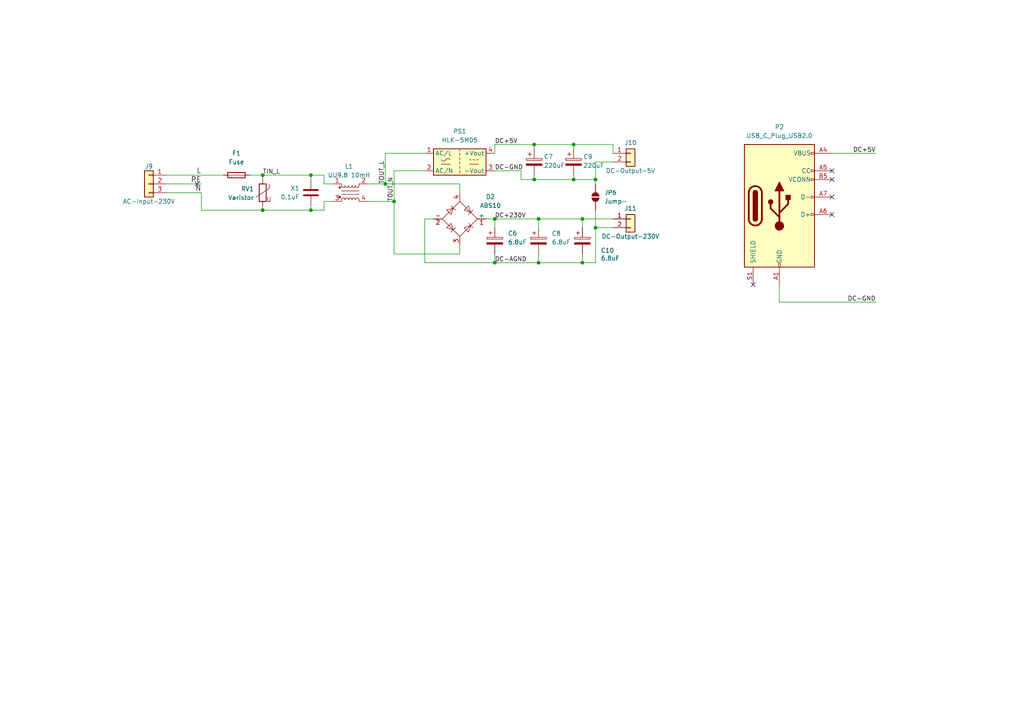
<source format=kicad_sch>
(kicad_sch (version 20250114) (generator "eeschema") (generator_version "9.0")
  (paper "A4")
  (lib_symbols
    (symbol "Connector:USB_C_Plug_USB2.0" (pin_names (offset 1.016))
      (property "Reference" "P" (at -10.16 19.05 0))
      (property "Value" "USB_C_Plug_USB2.0" (at 12.7 19.05 0))
      (symbol "USB_C_Plug_USB2.0_0_0"
        (rectangle (start -0.254 -17.78) (end 0.254 -16.764))
        (rectangle (start 10.16 15.494) (end 9.144 14.986))
        (rectangle (start 10.16 10.414) (end 9.144 9.906))
        (rectangle (start 10.16 7.874) (end 9.144 7.366))
        (rectangle (start 10.16 2.794) (end 9.144 2.286))
        (rectangle (start 10.16 -2.286) (end 9.144 -2.794))
      )
      (symbol "USB_C_Plug_USB2.0_0_1"
        (rectangle (start -10.16 17.78) (end 10.16 -17.78) (stroke (width 0.254)) (fill (type background)))
        (polyline (pts (xy -8.89 -3.81) (xy -8.89 3.81)) (stroke (width 0.508)))
        (rectangle (start -7.62 -3.81) (end -6.35 3.81) (stroke (width 0.254)) (fill (type outline)))
        (arc (start -7.62 3.81) (mid -6.985 4.4423) (end -6.35 3.81) (stroke (width 0.254)))
        (arc (start -7.62 3.81) (mid -6.985 4.4423) (end -6.35 3.81) (stroke (width 0.254)) (fill (type outline)))
        (arc (start -8.89 3.81) (mid -6.985 5.7067) (end -5.08 3.81) (stroke (width 0.508)))
        (arc (start -5.08 -3.81) (mid -6.985 -5.7067) (end -8.89 -3.81) (stroke (width 0.508)))
        (arc (start -6.35 -3.81) (mid -6.985 -4.4423) (end -7.62 -3.81) (stroke (width 0.254)))
        (arc (start -6.35 -3.81) (mid -6.985 -4.4423) (end -7.62 -3.81) (stroke (width 0.254)) (fill (type outline)))
        (polyline (pts (xy -5.08 3.81) (xy -5.08 -3.81)) (stroke (width 0.508)))
        (circle (center -2.54 1.143) (radius 0.635) (stroke (width 0.254)) (fill (type outline)))
        (polyline (pts (xy -1.27 4.318) (xy 0 6.858) (xy 1.27 4.318) (xy -1.27 4.318)) (stroke (width 0.254)) (fill (type outline)))
        (polyline (pts (xy 0 -2.032) (xy 2.54 0.508) (xy 2.54 1.778)) (stroke (width 0.508)))
        (polyline (pts (xy 0 -3.302) (xy -2.54 -0.762) (xy -2.54 0.508)) (stroke (width 0.508)))
        (polyline (pts (xy 0 -5.842) (xy 0 4.318)) (stroke (width 0.508)))
        (circle (center 0 -5.842) (radius 1.27) (fill (type outline)))
        (rectangle (start 1.905 1.778) (end 3.175 3.048) (stroke (width 0.254)) (fill (type outline)))
      )
      (symbol "USB_C_Plug_USB2.0_1_1"
        (pin passive line (at -7.62 -22.86 90) (length 5.08) (name "SHIELD") (number "S1"))
        (pin passive line (at 0 -22.86 90) (length 5.08) (name "GND") (number "A1"))
        (pin passive line (at 0 -22.86 90) (length 5.08) (hide yes) (name "GND") (number "A12"))
        (pin passive line (at 0 -22.86 90) (length 5.08) (hide yes) (name "GND") (number "B1"))
        (pin passive line (at 0 -22.86 90) (length 5.08) (hide yes) (name "GND") (number "B12"))
        (pin passive line (at 15.24 15.24 180) (length 5.08) (name "VBUS") (number "A4"))
        (pin passive line (at 15.24 15.24 180) (length 5.08) (hide yes) (name "VBUS") (number "A9"))
        (pin passive line (at 15.24 15.24 180) (length 5.08) (hide yes) (name "VBUS") (number "B4"))
        (pin passive line (at 15.24 15.24 180) (length 5.08) (hide yes) (name "VBUS") (number "B9"))
        (pin bidirectional line (at 15.24 10.16 180) (length 5.08) (name "CC") (number "A5"))
        (pin bidirectional line (at 15.24 7.62 180) (length 5.08) (name "VCONN") (number "B5"))
        (pin bidirectional line (at 15.24 2.54 180) (length 5.08) (name "D-") (number "A7"))
        (pin bidirectional line (at 15.24 -2.54 180) (length 5.08) (name "D+") (number "A6"))
      )
    )
    (symbol "Connector_Generic:Conn_01x02" (pin_names (offset 1.016) (hide yes))
      (property "Reference" "J" (at 0 2.54 0))
      (property "Value" "Conn_01x02" (at 0 -5.08 0))
      (symbol "Conn_01x02_1_1"
        (rectangle (start -1.27 1.27) (end 1.27 -3.81) (stroke (width 0.254)) (fill (type background)))
        (rectangle (start -1.27 0.127) (end 0 -0.127) (stroke (width 0.1524)))
        (rectangle (start -1.27 -2.413) (end 0 -2.667) (stroke (width 0.1524)))
        (pin passive line (at -5.08 0 0) (length 3.81) (name "Pin_1") (number "1"))
        (pin passive line (at -5.08 -2.54 0) (length 3.81) (name "Pin_2") (number "2"))
      )
    )
    (symbol "Connector_Generic:Conn_01x03" (pin_names (offset 1.016) (hide yes))
      (property "Reference" "J" (at 0 5.08 0))
      (property "Value" "Conn_01x03" (at 0 -5.08 0))
      (symbol "Conn_01x03_1_1"
        (rectangle (start -1.27 3.81) (end 1.27 -3.81) (stroke (width 0.254)) (fill (type background)))
        (rectangle (start -1.27 2.667) (end 0 2.413) (stroke (width 0.1524)))
        (rectangle (start -1.27 0.127) (end 0 -0.127) (stroke (width 0.1524)))
        (rectangle (start -1.27 -2.413) (end 0 -2.667) (stroke (width 0.1524)))
        (pin passive line (at -5.08 2.54 0) (length 3.81) (name "Pin_1") (number "1"))
        (pin passive line (at -5.08 0 0) (length 3.81) (name "Pin_2") (number "2"))
        (pin passive line (at -5.08 -2.54 0) (length 3.81) (name "Pin_3") (number "3"))
      )
    )
    (symbol "Converter_ACDC:HLK-5M05"
      (property "Reference" "PS" (at 0 5.08 0))
      (property "Value" "HLK-5M05" (at 0 -5.08 0))
      (symbol "HLK-5M05_0_1"
        (rectangle (start -7.62 3.81) (end 7.62 -3.81) (stroke (width 0.254)) (fill (type background)))
        (polyline (pts (xy -5.334 -0.635) (xy -2.794 -0.635)))
        (arc (start -4.064 0.635) (mid -4.699 0.2495) (end -5.334 0.635))
        (arc (start -4.064 0.635) (mid -3.429 1.0072) (end -2.794 0.635))
        (polyline (pts (xy 0 3.81) (xy 0 3.175)))
        (polyline (pts (xy 0 2.54) (xy 0 1.905)))
        (polyline (pts (xy 0 1.27) (xy 0 0.635)))
        (polyline (pts (xy 0 0) (xy 0 -0.635)))
        (polyline (pts (xy 0 -1.27) (xy 0 -1.905)))
        (polyline (pts (xy 0 -2.54) (xy 0 -3.175)))
        (polyline (pts (xy 2.794 0.635) (xy 3.302 0.635)))
        (polyline (pts (xy 2.794 -0.635) (xy 5.334 -0.635)))
        (polyline (pts (xy 3.81 0.635) (xy 4.318 0.635)))
        (polyline (pts (xy 4.826 0.635) (xy 5.334 0.635)))
      )
      (symbol "HLK-5M05_1_1"
        (pin power_in line (at -10.16 2.54 0) (length 2.54) (name "AC/L") (number "1"))
        (pin power_in line (at -10.16 -2.54 0) (length 2.54) (name "AC/N") (number "2"))
        (pin power_out line (at 10.16 2.54 180) (length 2.54) (name "+Vout") (number "4"))
        (pin power_out line (at 10.16 -2.54 180) (length 2.54) (name "-Vout") (number "3"))
      )
    )
    (symbol "Device:C" (pin_numbers (hide yes)) (pin_names (offset 0.254))
      (property "Reference" "C" (at 0.635 2.54 0))
      (property "Value" "C" (at 0.635 -2.54 0))
      (symbol "C_0_1"
        (polyline (pts (xy -2.032 0.762) (xy 2.032 0.762)) (stroke (width 0.508)))
        (polyline (pts (xy -2.032 -0.762) (xy 2.032 -0.762)) (stroke (width 0.508)))
      )
      (symbol "C_1_1"
        (pin passive line (at 0 3.81 270) (length 2.794) (name "~") (number "1"))
        (pin passive line (at 0 -3.81 90) (length 2.794) (name "~") (number "2"))
      )
    )
    (symbol "Device:C_Polarized" (pin_numbers (hide yes)) (pin_names (offset 0.254))
      (property "Reference" "C" (at 0.635 2.54 0))
      (property "Value" "C_Polarized" (at 0.635 -2.54 0))
      (symbol "C_Polarized_0_1"
        (rectangle (start -2.286 0.508) (end 2.286 1.016))
        (polyline (pts (xy -1.778 2.286) (xy -0.762 2.286)))
        (polyline (pts (xy -1.27 2.794) (xy -1.27 1.778)))
        (rectangle (start 2.286 -0.508) (end -2.286 -1.016) (fill (type outline)))
      )
      (symbol "C_Polarized_1_1"
        (pin passive line (at 0 3.81 270) (length 2.794) (name "~") (number "1"))
        (pin passive line (at 0 -3.81 90) (length 2.794) (name "~") (number "2"))
      )
    )
    (symbol "Device:Fuse" (pin_numbers (hide yes)) (pin_names (offset 0))
      (property "Reference" "F" (at 2.032 0 90))
      (property "Value" "Fuse" (at -1.905 0 90))
      (symbol "Fuse_0_1"
        (rectangle (start -0.762 -2.54) (end 0.762 2.54) (stroke (width 0.254)))
        (polyline (pts (xy 0 2.54) (xy 0 -2.54)))
      )
      (symbol "Fuse_1_1"
        (pin passive line (at 0 3.81 270) (length 1.27) (name "~") (number "1"))
        (pin passive line (at 0 -3.81 90) (length 1.27) (name "~") (number "2"))
      )
    )
    (symbol "Device:L_Iron_Coupled" (pin_names (offset 0.254) (hide yes))
      (property "Reference" "L" (at 0 4.445 0))
      (property "Value" "L_Iron_Coupled" (at 0 -4.445 0))
      (symbol "L_Iron_Coupled_0_1"
        (circle (center -3.048 1.524) (radius 0.254) (fill (type outline)))
        (circle (center -3.048 -1.27) (radius 0.254) (fill (type outline)))
        (polyline (pts (xy -2.54 2.032) (xy -2.54 2.54)))
        (polyline (pts (xy -2.54 0.508) (xy 2.54 0.508)))
        (polyline (pts (xy -2.54 -2.032) (xy -2.54 -2.54)))
        (arc (start -1.524 2.032) (mid -2.032 1.5262) (end -2.54 2.032))
        (arc (start -2.54 -2.032) (mid -2.032 -1.5262) (end -1.524 -2.032))
        (arc (start -0.508 2.032) (mid -1.016 1.5262) (end -1.524 2.032))
        (arc (start -1.524 -2.032) (mid -1.016 -1.5262) (end -0.508 -2.032))
        (arc (start 0.508 2.032) (mid 0 1.5262) (end -0.508 2.032))
        (arc (start -0.508 -2.032) (mid 0 -1.5262) (end 0.508 -2.032))
        (arc (start 1.524 2.032) (mid 1.016 1.5262) (end 0.508 2.032))
        (arc (start 0.508 -2.032) (mid 1.016 -1.5262) (end 1.524 -2.032))
        (arc (start 2.54 2.032) (mid 2.032 1.5262) (end 1.524 2.032))
        (arc (start 1.524 -2.032) (mid 2.032 -1.5262) (end 2.54 -2.032))
        (polyline (pts (xy 2.54 2.54) (xy 2.54 2.032)))
        (polyline (pts (xy 2.54 -0.508) (xy -2.54 -0.508)))
        (polyline (pts (xy 2.54 -2.032) (xy 2.54 -2.54)))
      )
      (symbol "L_Iron_Coupled_1_1"
        (pin passive line (at -5.08 2.54 0) (length 2.54) (name "1") (number "1"))
        (pin passive line (at -5.08 -2.54 0) (length 2.54) (name "3") (number "3"))
        (pin passive line (at 5.08 2.54 180) (length 2.54) (name "2") (number "2"))
        (pin passive line (at 5.08 -2.54 180) (length 2.54) (name "4") (number "4"))
      )
    )
    (symbol "Device:Varistor" (pin_numbers (hide yes)) (pin_names (offset 0))
      (property "Reference" "RV" (at 3.175 0 90))
      (property "Value" "Varistor" (at -3.175 0 90))
      (symbol "Varistor_0_0"
        (text "U" (at -1.778 -2.032 0) (effects (font (size 1.27 1.27))))
      )
      (symbol "Varistor_0_1"
        (polyline (pts (xy -1.905 2.54) (xy -1.905 1.27) (xy 1.905 -1.27)))
        (rectangle (start -1.016 -2.54) (end 1.016 2.54) (stroke (width 0.254)))
      )
      (symbol "Varistor_1_1"
        (pin passive line (at 0 3.81 270) (length 1.27) (name "~") (number "1"))
        (pin passive line (at 0 -3.81 90) (length 1.27) (name "~") (number "2"))
      )
    )
    (symbol "Diode_Bridge:ABS10" (pin_names (offset 0))
      (property "Reference" "D" (at 2.54 6.985 0))
      (property "Value" "ABS10" (at 2.54 5.08 0))
      (symbol "ABS10_0_1"
        (polyline (pts (xy -5.08 0) (xy 0 -5.08) (xy 5.08 0) (xy 0 5.08) (xy -5.08 0)))
        (polyline (pts (xy -3.81 2.54) (xy -2.54 1.27) (xy -1.905 3.175) (xy -3.81 2.54)))
        (polyline (pts (xy -2.54 3.81) (xy -1.27 2.54)))
        (polyline (pts (xy -2.54 -1.27) (xy -3.81 -2.54) (xy -1.905 -3.175) (xy -2.54 -1.27)))
        (polyline (pts (xy -1.27 -2.54) (xy -2.54 -3.81)))
        (polyline (pts (xy 1.27 2.54) (xy 2.54 3.81) (xy 3.175 1.905) (xy 1.27 2.54)))
        (polyline (pts (xy 2.54 1.27) (xy 3.81 2.54)))
        (polyline (pts (xy 2.54 -1.27) (xy 3.81 -2.54)))
        (polyline (pts (xy 3.175 -1.905) (xy 1.27 -2.54) (xy 2.54 -3.81) (xy 3.175 -1.905)))
      )
      (symbol "ABS10_1_1"
        (pin passive line (at -7.62 0 0) (length 2.54) (name "-") (number "2"))
        (pin passive line (at 0 7.62 270) (length 2.54) (name "~") (number "4"))
        (pin passive line (at 0 -7.62 90) (length 2.54) (name "~") (number "3"))
        (pin passive line (at 7.62 0 180) (length 2.54) (name "+") (number "1"))
      )
    )
    (symbol "Jumper:SolderJumper_2_Open" (pin_numbers (hide yes)) (pin_names (offset 0) (hide yes)) (in_bom no)
      (property "Reference" "JP" (at 0 2.032 0))
      (property "Value" "SolderJumper_2_Open" (at 0 -2.54 0))
      (symbol "SolderJumper_2_Open_0_1"
        (polyline (pts (xy -0.254 1.016) (xy -0.254 -1.016)))
        (arc (start -0.254 -1.016) (mid -1.2656 0) (end -0.254 1.016))
        (arc (start -0.254 -1.016) (mid -1.2656 0) (end -0.254 1.016) (fill (type outline)))
        (arc (start 0.254 1.016) (mid 1.2656 0) (end 0.254 -1.016))
        (arc (start 0.254 1.016) (mid 1.2656 0) (end 0.254 -1.016) (fill (type outline)))
        (polyline (pts (xy 0.254 1.016) (xy 0.254 -1.016)))
      )
      (symbol "SolderJumper_2_Open_1_1"
        (pin passive line (at -3.81 0 0) (length 2.54) (name "A") (number "1"))
        (pin passive line (at 3.81 0 180) (length 2.54) (name "B") (number "2"))
      )
    )
  )
  (junction (at 156.21 63.5))
  (junction (at 168.91 63.5))
  (junction (at 76.2 60.96))
  (junction (at 172.72 66.04))
  (junction (at 143.51 63.5))
  (junction (at 76.2 50.8))
  (junction (at 154.94 52.07))
  (junction (at 154.94 41.91))
  (junction (at 111.76 53.34))
  (junction (at 172.72 52.07))
  (junction (at 90.17 50.8))
  (junction (at 156.21 76.2))
  (junction (at 143.51 76.2))
  (junction (at 166.37 52.07))
  (junction (at 168.91 76.2))
  (junction (at 90.17 60.96))
  (junction (at 166.37 41.91))
  (junction (at 114.3 58.42))
  (no_connect (at 241.3 57.15))
  (no_connect (at 241.3 52.07))
  (no_connect (at 57.15 53.34))
  (no_connect (at 241.3 62.23))
  (no_connect (at 241.3 49.53))
  (no_connect (at 218.44 82.55))
  (wire (pts (xy 106.68 53.34) (xy 111.76 53.34)))
  (wire (pts (xy 111.76 44.45) (xy 111.76 53.34)))
  (wire (pts (xy 172.72 60.96) (xy 172.72 66.04)))
  (wire (pts (xy 72.39 50.8) (xy 76.2 50.8)))
  (wire (pts (xy 156.21 66.04) (xy 156.21 63.5)))
  (wire (pts (xy 156.21 63.5) (xy 168.91 63.5)))
  (wire (pts (xy 93.98 53.34) (xy 93.98 50.8)))
  (wire (pts (xy 241.3 44.45) (xy 254 44.45)))
  (wire (pts (xy 166.37 52.07) (xy 172.72 52.07)))
  (wire (pts (xy 114.3 49.53) (xy 114.3 58.42)))
  (wire (pts (xy 143.51 41.91) (xy 143.51 44.45)))
  (wire (pts (xy 172.72 46.99) (xy 172.72 52.07)))
  (wire (pts (xy 90.17 60.96) (xy 93.98 60.96)))
  (wire (pts (xy 154.94 52.07) (xy 166.37 52.07)))
  (wire (pts (xy 123.19 76.2) (xy 143.51 76.2)))
  (wire (pts (xy 123.19 44.45) (xy 111.76 44.45)))
  (wire (pts (xy 143.51 76.2) (xy 143.51 73.66)))
  (wire (pts (xy 90.17 50.8) (xy 90.17 52.07)))
  (wire (pts (xy 143.51 63.5) (xy 156.21 63.5)))
  (wire (pts (xy 156.21 76.2) (xy 168.91 76.2)))
  (wire (pts (xy 177.8 41.91) (xy 177.8 44.45)))
  (wire (pts (xy 133.35 73.66) (xy 114.3 73.66)))
  (wire (pts (xy 166.37 52.07) (xy 166.37 50.8)))
  (wire (pts (xy 58.42 60.96) (xy 76.2 60.96)))
  (wire (pts (xy 106.68 58.42) (xy 114.3 58.42)))
  (wire (pts (xy 48.26 55.88) (xy 58.42 55.88)))
  (wire (pts (xy 168.91 63.5) (xy 168.91 66.04)))
  (wire (pts (xy 96.52 53.34) (xy 93.98 53.34)))
  (wire (pts (xy 76.2 50.8) (xy 76.2 52.07)))
  (wire (pts (xy 151.13 52.07) (xy 154.94 52.07)))
  (wire (pts (xy 48.26 53.34) (xy 58.42 53.34)))
  (wire (pts (xy 166.37 43.18) (xy 166.37 41.91)))
  (wire (pts (xy 58.42 55.88) (xy 58.42 60.96)))
  (wire (pts (xy 226.06 82.55) (xy 226.06 87.63)))
  (wire (pts (xy 168.91 73.66) (xy 168.91 76.2)))
  (wire (pts (xy 140.97 63.5) (xy 143.51 63.5)))
  (wire (pts (xy 125.73 63.5) (xy 123.19 63.5)))
  (wire (pts (xy 172.72 76.2) (xy 172.72 66.04)))
  (wire (pts (xy 76.2 60.96) (xy 90.17 60.96)))
  (wire (pts (xy 90.17 50.8) (xy 93.98 50.8)))
  (wire (pts (xy 123.19 63.5) (xy 123.19 76.2)))
  (wire (pts (xy 114.3 73.66) (xy 114.3 58.42)))
  (wire (pts (xy 151.13 49.53) (xy 151.13 52.07)))
  (wire (pts (xy 111.76 53.34) (xy 133.35 53.34)))
  (wire (pts (xy 114.3 49.53) (xy 123.19 49.53)))
  (wire (pts (xy 143.51 49.53) (xy 151.13 49.53)))
  (wire (pts (xy 172.72 66.04) (xy 177.8 66.04)))
  (wire (pts (xy 76.2 59.69) (xy 76.2 60.96)))
  (wire (pts (xy 90.17 60.96) (xy 90.17 59.69)))
  (wire (pts (xy 143.51 41.91) (xy 154.94 41.91)))
  (wire (pts (xy 154.94 41.91) (xy 154.94 43.18)))
  (wire (pts (xy 156.21 76.2) (xy 156.21 73.66)))
  (wire (pts (xy 93.98 58.42) (xy 93.98 60.96)))
  (wire (pts (xy 133.35 71.12) (xy 133.35 73.66)))
  (wire (pts (xy 154.94 50.8) (xy 154.94 52.07)))
  (wire (pts (xy 226.06 87.63) (xy 254 87.63)))
  (wire (pts (xy 76.2 50.8) (xy 90.17 50.8)))
  (wire (pts (xy 172.72 46.99) (xy 177.8 46.99)))
  (wire (pts (xy 48.26 50.8) (xy 64.77 50.8)))
  (wire (pts (xy 133.35 55.88) (xy 133.35 53.34)))
  (wire (pts (xy 93.98 58.42) (xy 96.52 58.42)))
  (wire (pts (xy 168.91 63.5) (xy 177.8 63.5)))
  (wire (pts (xy 172.72 52.07) (xy 172.72 53.34)))
  (wire (pts (xy 166.37 41.91) (xy 177.8 41.91)))
  (wire (pts (xy 168.91 76.2) (xy 172.72 76.2)))
  (wire (pts (xy 143.51 76.2) (xy 156.21 76.2)))
  (wire (pts (xy 143.51 63.5) (xy 143.51 66.04)))
  (wire (pts (xy 154.94 41.91) (xy 166.37 41.91)))
  (label "DC+5V" (at 143.51 41.91 0))
  (label "DC-AGND" (at 143.51 76.2 0))
  (label "DC-GND" (at 254 87.63 180))
  (label "PE" (at 58.42 53.34 180) (effects (font (size 1.524 1.524))))
  (label "DC+230V" (at 143.51 63.5 0))
  (label "N" (at 58.42 55.88 180) (effects (font (size 1.524 1.524))))
  (label "TOUT_N" (at 114.3 58.42 90))
  (label "DC+5V" (at 254 44.45 180))
  (label "L" (at 58.42 50.8 180) (effects (font (size 1.524 1.524))))
  (label "TIN_L" (at 76.2 50.8 0))
  (label "DC-GND" (at 143.51 49.53 0))
  (label "TOUT_L" (at 111.76 53.34 90))
  (symbol (lib_id "Device:C_Polarized") (at 143.51 69.85 0) (unit 1)
    (property "Reference" "C6" (at 147.32 67.6909 0) (effects (justify left)))
    (property "Value" "6.8uF" (at 147.32 70.2309 0) (effects (justify left)))
    (property "Footprint" "Capacitor_THT:CP_Radial_D10.0mm_P5.00mm" (effects (hide yes)))
    (property "Description" "Polarized capacitor" (effects (hide yes)))
  )
  (symbol (lib_id "Device:C_Polarized") (at 166.37 46.99 0) (unit 1)
    (property "Reference" "C9" (at 169.164 45.466 0) (effects (justify left)))
    (property "Value" "220uF" (at 169.164 48.006 0) (effects (justify left)))
    (property "Footprint" "Capacitor_THT:CP_Radial_D6.3mm_P2.50mm" (effects (hide yes)))
    (property "Description" "Polarized capacitor" (effects (hide yes)))
  )
  (symbol (lib_id "Connector_Generic:Conn_01x02") (at 182.88 44.45 0) (unit 1)
    (property "Reference" "J10" (at 182.88 41.402 0))
    (property "Value" "DC-Output-5V" (at 182.88 49.53 0))
    (property "Footprint" "TerminalBlock_Phoenix:TerminalBlock_Phoenix_MKDS-3-2-5.08_1x02_P5.08mm_Horizontal" (effects (hide yes)))
    (property "Description" "Generic connector, single row, 01x02, script generated (kicad-library-utils/schlib/autogen/connector/)" (effects (hide yes)))
  )
  (symbol (lib_id "Device:Varistor") (at 76.2 55.88 0) (mirror y) (unit 1)
    (property "Reference" "RV1" (at 73.66 54.8032 0) (effects (justify left)))
    (property "Value" "Varistor" (at 73.66 57.3432 0) (effects (justify left)))
    (property "Footprint" "Varistor:RV_Disc_D15.5mm_W7.2mm_P7.5mm" (effects (hide yes)))
    (property "Description" "Voltage dependent resistor" (effects (hide yes)))
    (property "Sim.Name" "kicad_builtin_varistor" (effects (hide yes)))
    (property "Sim.Device" "SUBCKT" (effects (hide yes)))
    (property "Sim.Pins" "1=A 2=B" (effects (hide yes)))
    (property "Sim.Params" "threshold=1k" (effects (hide yes)))
    (property "Sim.Library" "${KICAD9_SYMBOL_DIR}/Simulation_SPICE.sp" (effects (hide yes)))
  )
  (symbol (lib_id "Connector_Generic:Conn_01x03") (at 43.18 53.34 0) (mirror y) (unit 1)
    (property "Reference" "J9" (at 43.18 48.26 0))
    (property "Value" "AC-Input-230V" (at 43.18 58.42 0))
    (property "Footprint" "TerminalBlock_Phoenix:TerminalBlock_Phoenix_MKDS-3-3-5.08_1x03_P5.08mm_Horizontal" (effects (hide yes)))
    (property "Description" "Generic connector, single row, 01x03, script generated (kicad-library-utils/schlib/autogen/connector/)" (effects (hide yes)))
  )
  (symbol (lib_id "Connector_Generic:Conn_01x02") (at 182.88 63.5 0) (unit 1)
    (property "Reference" "J11" (at 182.88 60.452 0))
    (property "Value" "DC-Output-230V" (at 182.88 68.58 0))
    (property "Footprint" "TerminalBlock_Phoenix:TerminalBlock_Phoenix_MKDS-3-2-5.08_1x02_P5.08mm_Horizontal" (effects (hide yes)))
    (property "Description" "Generic connector, single row, 01x02, script generated (kicad-library-utils/schlib/autogen/connector/)" (effects (hide yes)))
  )
  (symbol (lib_id "Jumper:SolderJumper_2_Open") (at 172.72 57.15 90) (unit 1) (in_bom no)
    (property "Reference" "JP6" (at 175.26 55.8799 90) (effects (justify right)))
    (property "Value" "Jump-" (at 175.26 58.4199 90) (effects (justify right)))
    (property "Footprint" "zhaw:SolderJumper-2" (effects (hide yes)))
    (property "Description" "Solder Jumper, 2-pole, open" (effects (hide yes)))
  )
  (symbol (lib_id "Device:C_Polarized") (at 168.91 69.85 0) (unit 1)
    (property "Reference" "C10" (at 174.244 72.644 0) (effects (justify left)))
    (property "Value" "6.8uF" (at 174.244 74.93 0) (effects (justify left)))
    (property "Footprint" "Capacitor_THT:CP_Radial_D10.0mm_P5.00mm" (effects (hide yes)))
    (property "Description" "Polarized capacitor" (effects (hide yes)))
  )
  (symbol (lib_id "Device:Fuse") (at 68.58 50.8 90) (unit 1)
    (property "Reference" "F1" (at 68.58 44.45 90))
    (property "Value" "Fuse" (at 68.58 46.99 90))
    (property "Footprint" "zhaw:Fuse_Cylinder_3.6x10mm_Horizontal" (effects (hide yes)))
    (property "Description" "Fuse" (effects (hide yes)))
  )
  (symbol (lib_id "Converter_ACDC:HLK-5M05") (at 133.35 46.99 0) (unit 1)
    (property "Reference" "PS1" (at 133.35 38.1 0))
    (property "Value" "HLK-5M05" (at 133.35 40.64 0))
    (property "Footprint" "Converter_ACDC:Converter_ACDC_Hi-Link_HLK-5Mxx" (effects (hide yes)))
    (property "Datasheet" "http://h.hlktech.com/download/ACDC%E7%94%B5%E6%BA%90%E6%A8%A1%E5%9D%975W%E7%B3%BB%E5%88%97/1/%E6%B5%B7%E5%87%8C%E7%A7%915W%E7%B3%BB%E5%88%97%E7%94%B5%E6%BA%90%E6%A8%A1%E5%9D%97%E8%A7%84%E6%A0%BC%E4%B9%A6V2.8.pdf" (effects (hide yes)))
    (property "Description" "Compact AC/DC board mount power module 5W, 5V 1A" (effects (hide yes)))
  )
  (symbol (lib_id "Device:L_Iron_Coupled") (at 101.6 55.88 0) (unit 1)
    (property "Reference" "L1" (at 101.219 48.26 0))
    (property "Value" "UU9.8 10mH" (at 101.219 50.8 0))
    (property "Footprint" "zhaw:L_CommonMode_UU9.8_UU10.5" (effects (hide yes)))
    (property "Description" "Coupled inductor with iron core" (effects (hide yes)))
  )
  (symbol (lib_id "Device:C") (at 90.17 55.88 0) (mirror y) (unit 1)
    (property "Reference" "X1" (at 86.868 54.61 0) (effects (justify left)))
    (property "Value" "0.1uF" (at 86.868 57.15 0) (effects (justify left)))
    (property "Footprint" "Capacitor_THT:C_Rect_L18.0mm_W6.0mm_P15.00mm_FKS3_FKP3" (effects (hide yes)))
    (property "Description" "Unpolarized capacitor" (effects (hide yes)))
  )
  (symbol (lib_id "Connector:USB_C_Plug_USB2.0") (at 226.06 59.69 0) (unit 1)
    (property "Reference" "P2" (at 226.06 36.83 0))
    (property "Value" "USB_C_Plug_USB2.0" (at 226.06 39.37 0))
    (property "Footprint" "zhaw:USB_C_DEALON_009" (effects (hide yes)))
    (property "Datasheet" "https://www.usb.org/sites/default/files/documents/usb_type-c.zip" (effects (hide yes)))
    (property "Description" "USB 2.0-only Type-C Plug connector" (effects (hide yes)))
  )
  (symbol (lib_id "Device:C_Polarized") (at 156.21 69.85 0) (unit 1)
    (property "Reference" "C8" (at 160.02 67.6909 0) (effects (justify left)))
    (property "Value" "6.8uF" (at 160.02 70.2309 0) (effects (justify left)))
    (property "Footprint" "Capacitor_THT:CP_Radial_D10.0mm_P5.00mm" (effects (hide yes)))
    (property "Description" "Polarized capacitor" (effects (hide yes)))
  )
  (symbol (lib_id "Device:C_Polarized") (at 154.94 46.99 0) (unit 1)
    (property "Reference" "C7" (at 157.734 45.466 0) (effects (justify left)))
    (property "Value" "220uF" (at 157.734 48.006 0) (effects (justify left)))
    (property "Footprint" "Capacitor_THT:CP_Radial_D6.3mm_P2.50mm" (effects (hide yes)))
    (property "Description" "Polarized capacitor" (effects (hide yes)))
  )
  (symbol (lib_id "Diode_Bridge:ABS10") (at 133.35 63.5 0) (unit 1)
    (property "Reference" "D2" (at 142.24 57.0798 0))
    (property "Value" "ABS10" (at 142.24 59.6198 0))
    (property "Footprint" "Diode_SMD:Diode_Bridge_Diotec_ABS" (effects (hide yes)))
    (property "Datasheet" "https://diotec.com/tl_files/diotec/files/pdf/datasheets/abs2.pdf" (effects (hide yes)))
    (property "Description" "Miniature Glass Passivated Single-Phase Surface Mount Bridge Rectifiers, 700V Vrms, 0.8A If, ABS SMD package" (effects (hide yes)))
  )
)
</source>
